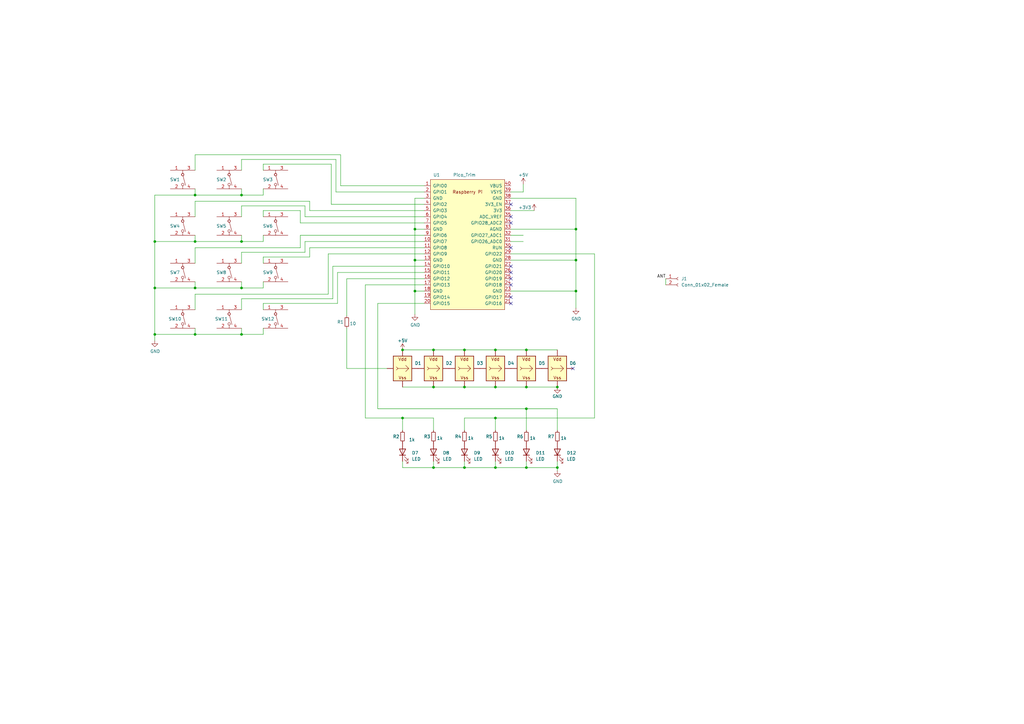
<source format=kicad_sch>
(kicad_sch (version 20230121) (generator eeschema)
  (paper "A3")
  (lib_symbols
    (symbol "Connector:Conn_01x02_Female" (pin_names (offset 1.016) hide)
      (property "Reference" "J" (at 0 2.54 0))
      (property "Value" "Conn_01x02_Female" (at 0 -5.08 0))
      (symbol "Conn_01x02_Female_1_1"
        (arc (start 0 -2.032) (mid -0.5058 -2.54) (end 0 -3.048) (stroke (width 0.1524)))
        (polyline (pts (xy -1.27 -2.54) (xy -0.508 -2.54)) (stroke (width 0.1524)))
        (polyline (pts (xy -1.27 0) (xy -0.508 0)) (stroke (width 0.1524)))
        (arc (start 0 0.508) (mid -0.5058 0) (end 0 -0.508) (stroke (width 0.1524)))
        (pin passive line (at -5.08 0 0) (length 3.81) (name "Pin_1") (number "1"))
        (pin passive line (at -5.08 -2.54 0) (length 3.81) (name "Pin_2") (number "2"))
      )
    )
    (symbol "Device:LED" (pin_numbers hide) (pin_names (offset 1.016) hide)
      (property "Reference" "D" (at 0 2.54 0))
      (property "Value" "LED" (at 0 -2.54 0))
      (symbol "LED_0_1"
        (polyline (pts (xy -1.27 -1.27) (xy -1.27 1.27)) (stroke (width 0.254)))
        (polyline (pts (xy -1.27 0) (xy 1.27 0)))
        (polyline (pts (xy 1.27 -1.27) (xy 1.27 1.27) (xy -1.27 0) (xy 1.27 -1.27)) (stroke (width 0.254)))
        (polyline (pts (xy -3.048 -0.762) (xy -4.572 -2.286) (xy -3.81 -2.286) (xy -4.572 -2.286) (xy -4.572 -1.524)))
        (polyline (pts (xy -1.778 -0.762) (xy -3.302 -2.286) (xy -2.54 -2.286) (xy -3.302 -2.286) (xy -3.302 -1.524)))
      )
      (symbol "LED_1_1"
        (pin passive line (at -3.81 0 0) (length 2.54) (name "K") (number "1"))
        (pin passive line (at 3.81 0 180) (length 2.54) (name "A") (number "2"))
      )
    )
    (symbol "Device:R_Small" (pin_numbers hide) (pin_names (offset 0.254) hide)
      (property "Reference" "R" (at 0.762 0.508 0))
      (property "Value" "R_Small" (at 0.762 -1.016 0))
      (symbol "R_Small_0_1"
        (rectangle (start -0.762 1.778) (end 0.762 -1.778) (stroke (width 0.2032)))
      )
      (symbol "R_Small_1_1"
        (pin passive line (at 0 2.54 270) (length 0.762) (name "~") (number "1"))
        (pin passive line (at 0 -2.54 90) (length 0.762) (name "~") (number "2"))
      )
    )
    (symbol "aic_pico:Pico_Trim" (pin_names (offset 1.016))
      (property "Reference" "U" (at -13.97 27.94 0))
      (property "Value" "Pico_Trim" (at 0 19.05 0))
      (symbol "Pico_Trim_0_0"
        (text "Raspberry Pi" (at 0 21.59 0) (effects (font (size 1.27 1.27))))
      )
      (symbol "Pico_Trim_0_1"
        (rectangle (start -15.24 26.67) (end 15.24 -26.67) (fill (type background)))
      )
      (symbol "Pico_Trim_1_1"
        (pin bidirectional line (at -17.78 24.13 0) (length 2.54) (name "GPIO0") (number "1"))
        (pin bidirectional line (at -17.78 1.27 0) (length 2.54) (name "GPIO7") (number "10"))
        (pin bidirectional line (at -17.78 -1.27 0) (length 2.54) (name "GPIO8") (number "11"))
        (pin bidirectional line (at -17.78 -3.81 0) (length 2.54) (name "GPIO9") (number "12"))
        (pin power_in line (at -17.78 -6.35 0) (length 2.54) (name "GND") (number "13"))
        (pin bidirectional line (at -17.78 -8.89 0) (length 2.54) (name "GPIO10") (number "14"))
        (pin bidirectional line (at -17.78 -11.43 0) (length 2.54) (name "GPIO11") (number "15"))
        (pin bidirectional line (at -17.78 -13.97 0) (length 2.54) (name "GPIO12") (number "16"))
        (pin bidirectional line (at -17.78 -16.51 0) (length 2.54) (name "GPIO13") (number "17"))
        (pin power_in line (at -17.78 -19.05 0) (length 2.54) (name "GND") (number "18"))
        (pin bidirectional line (at -17.78 -21.59 0) (length 2.54) (name "GPIO14") (number "19"))
        (pin bidirectional line (at -17.78 21.59 0) (length 2.54) (name "GPIO1") (number "2"))
        (pin bidirectional line (at -17.78 -24.13 0) (length 2.54) (name "GPIO15") (number "20"))
        (pin bidirectional line (at 17.78 -24.13 180) (length 2.54) (name "GPIO16") (number "21"))
        (pin bidirectional line (at 17.78 -21.59 180) (length 2.54) (name "GPIO17") (number "22"))
        (pin power_in line (at 17.78 -19.05 180) (length 2.54) (name "GND") (number "23"))
        (pin bidirectional line (at 17.78 -16.51 180) (length 2.54) (name "GPIO18") (number "24"))
        (pin bidirectional line (at 17.78 -13.97 180) (length 2.54) (name "GPIO19") (number "25"))
        (pin bidirectional line (at 17.78 -11.43 180) (length 2.54) (name "GPIO20") (number "26"))
        (pin bidirectional line (at 17.78 -8.89 180) (length 2.54) (name "GPIO21") (number "27"))
        (pin power_in line (at 17.78 -6.35 180) (length 2.54) (name "GND") (number "28"))
        (pin bidirectional line (at 17.78 -3.81 180) (length 2.54) (name "GPIO22") (number "29"))
        (pin power_in line (at -17.78 19.05 0) (length 2.54) (name "GND") (number "3"))
        (pin input line (at 17.78 -1.27 180) (length 2.54) (name "RUN") (number "30"))
        (pin bidirectional line (at 17.78 1.27 180) (length 2.54) (name "GPIO26_ADC0") (number "31"))
        (pin bidirectional line (at 17.78 3.81 180) (length 2.54) (name "GPIO27_ADC1") (number "32"))
        (pin power_in line (at 17.78 6.35 180) (length 2.54) (name "AGND") (number "33"))
        (pin bidirectional line (at 17.78 8.89 180) (length 2.54) (name "GPIO28_ADC2") (number "34"))
        (pin unspecified line (at 17.78 11.43 180) (length 2.54) (name "ADC_VREF") (number "35"))
        (pin unspecified line (at 17.78 13.97 180) (length 2.54) (name "3V3") (number "36"))
        (pin input line (at 17.78 16.51 180) (length 2.54) (name "3V3_EN") (number "37"))
        (pin bidirectional line (at 17.78 19.05 180) (length 2.54) (name "GND") (number "38"))
        (pin unspecified line (at 17.78 21.59 180) (length 2.54) (name "VSYS") (number "39"))
        (pin bidirectional line (at -17.78 16.51 0) (length 2.54) (name "GPIO2") (number "4"))
        (pin unspecified line (at 17.78 24.13 180) (length 2.54) (name "VBUS") (number "40"))
        (pin bidirectional line (at -17.78 13.97 0) (length 2.54) (name "GPIO3") (number "5"))
        (pin bidirectional line (at -17.78 11.43 0) (length 2.54) (name "GPIO4") (number "6"))
        (pin bidirectional line (at -17.78 8.89 0) (length 2.54) (name "GPIO5") (number "7"))
        (pin power_in line (at -17.78 6.35 0) (length 2.54) (name "GND") (number "8"))
        (pin bidirectional line (at -17.78 3.81 0) (length 2.54) (name "GPIO6") (number "9"))
      )
    )
    (symbol "aic_pico:SKRR_4pin" (pin_names (offset 0) hide)
      (property "Reference" "SW?" (at -0.635 -7.62 0))
      (symbol "SKRR_4pin_0_0"
        (circle (center 0 -2.032) (radius 0.508))
        (polyline (pts (xy 0.127 1.524) (xy 1.1684 -2.3622)))
        (circle (center 0 2.032) (radius 0.508))
        (circle (center 0 2.032) (radius 0.508))
      )
      (symbol "SKRR_4pin_0_1"
        (polyline (pts (xy 0 -2.54) (xy 0 -3.81)))
        (polyline (pts (xy 0 3.81) (xy 0 2.54)))
      )
      (symbol "SKRR_4pin_1_1"
        (pin passive line (at -5.08 3.81 0) (length 5.08) (name "~") (number "1"))
        (pin passive line (at -5.08 -3.81 0) (length 5.08) (name "~") (number "2"))
        (pin passive line (at 5.08 3.81 180) (length 5.08) (name "~") (number "3"))
        (pin passive line (at 5.08 -3.81 180) (length 5.08) (name "~") (number "4"))
      )
    )
    (symbol "aic_pico:WS2812B_Unified" (pin_numbers hide) (pin_names (offset 0.254) hide)
      (property "Reference" "D10" (at 2.54 6.35 0))
      (symbol "WS2812B_Unified_0_0"
        (polyline (pts (xy -1.905 0) (xy 2.54 0) (xy 1.27 1.27)))
        (text "Vdd" (at 0 3.81 0) (effects (font (size 1.27 1.27))))
        (text "Vss" (at 0 -3.81 0) (effects (font (size 1.27 1.27))))
      )
      (symbol "WS2812B_Unified_0_1"
        (rectangle (start -3.81 5.08) (end 3.81 -5.08) (stroke (width 0.254)) (fill (type background)))
        (polyline (pts (xy 1.27 -1.27) (xy 2.54 0)))
        (polyline (pts (xy -2.54 0.635) (xy -1.905 0) (xy -2.54 -0.635)))
      )
      (symbol "WS2812B_Unified_1_1"
        (pin power_in line (at 0 -7.62 90) (length 2.54) (name "VSS") (number "G"))
        (pin input line (at -6.35 0 0) (length 2.54) (name "In") (number "I"))
        (pin output line (at 6.35 0 180) (length 2.54) (name "Out") (number "O"))
        (pin power_in line (at 0 7.62 270) (length 2.54) (name "VDD") (number "V"))
      )
    )
    (symbol "power:+3V3" (power) (pin_names (offset 0))
      (property "Value" "+3V3" (at 0 3.556 0))
      (symbol "+3V3_0_1"
        (polyline (pts (xy -0.762 1.27) (xy 0 2.54)))
        (polyline (pts (xy 0 0) (xy 0 2.54)))
        (polyline (pts (xy 0 2.54) (xy 0.762 1.27)))
      )
      (symbol "+3V3_1_1"
        (pin power_in line (at 0 0 90) (length 0) hide (name "+3V3") (number "1"))
      )
    )
    (symbol "power:+5V" (power) (pin_names (offset 0))
      (property "Value" "+5V" (at 0 3.556 0))
      (symbol "+5V_0_1"
        (polyline (pts (xy -0.762 1.27) (xy 0 2.54)))
        (polyline (pts (xy 0 0) (xy 0 2.54)))
        (polyline (pts (xy 0 2.54) (xy 0.762 1.27)))
      )
      (symbol "+5V_1_1"
        (pin power_in line (at 0 0 90) (length 0) hide (name "+5V") (number "1"))
      )
    )
    (symbol "power:GND" (power) (pin_names (offset 0))
      (property "Value" "GND" (at 0 -3.81 0))
      (symbol "GND_0_1"
        (polyline (pts (xy 0 0) (xy 0 -1.27) (xy 1.27 -1.27) (xy 0 -2.54) (xy -1.27 -1.27) (xy 0 -1.27)))
      )
      (symbol "GND_1_1"
        (pin power_in line (at 0 0 270) (length 0) hide (name "GND") (number "1"))
      )
    )
  )
  (junction (at 80.01 118.11))
  (junction (at 63.5 118.11))
  (junction (at 177.8 158.75))
  (junction (at 215.9 143.51))
  (junction (at 190.5 143.51))
  (junction (at 80.01 137.16))
  (junction (at 190.5 158.75))
  (junction (at 177.8 143.51))
  (junction (at 215.9 167.64))
  (junction (at 203.2 158.75))
  (junction (at 165.1 143.51))
  (junction (at 170.18 119.38))
  (junction (at 165.1 171.45))
  (junction (at 63.5 99.06))
  (junction (at 228.6 158.75))
  (junction (at 99.06 99.06))
  (junction (at 80.01 80.01))
  (junction (at 99.06 118.11))
  (junction (at 99.06 137.16))
  (junction (at 63.5 137.16))
  (junction (at 203.2 143.51))
  (junction (at 215.9 158.75))
  (junction (at 215.9 191.77))
  (junction (at 190.5 191.77))
  (junction (at 203.2 191.77))
  (junction (at 170.18 106.68))
  (junction (at 203.2 171.45))
  (junction (at 170.18 93.98))
  (junction (at 99.06 80.01))
  (junction (at 177.8 191.77))
  (junction (at 236.22 106.68))
  (junction (at 236.22 93.98))
  (junction (at 228.6 191.77))
  (junction (at 236.22 119.38))
  (junction (at 80.01 99.06))
  (no_connect (at 209.55 101.6))
  (no_connect (at 209.55 109.22))
  (no_connect (at 209.55 111.76))
  (no_connect (at 209.55 114.3))
  (no_connect (at 209.55 83.82))
  (no_connect (at 209.55 88.9))
  (no_connect (at 209.55 91.44))
  (no_connect (at 234.95 151.13))
  (no_connect (at 209.55 116.84))
  (no_connect (at 209.55 121.92))
  (no_connect (at 209.55 124.46))
  (wire (pts (xy 138.43 111.76) (xy 138.43 124.46)))
  (wire (pts (xy 99.06 122.555) (xy 99.06 127)))
  (wire (pts (xy 134.62 120.65) (xy 80.01 120.65)))
  (wire (pts (xy 209.55 86.36) (xy 219.075 86.36)))
  (wire (pts (xy 228.6 189.23) (xy 228.6 191.77)))
  (wire (pts (xy 63.5 80.01) (xy 80.01 80.01)))
  (wire (pts (xy 170.18 81.28) (xy 170.18 93.98)))
  (wire (pts (xy 165.1 191.77) (xy 177.8 191.77)))
  (wire (pts (xy 209.55 119.38) (xy 236.22 119.38)))
  (wire (pts (xy 125.095 103.505) (xy 99.06 103.505)))
  (wire (pts (xy 243.84 171.45) (xy 243.84 104.14)))
  (wire (pts (xy 203.2 171.45) (xy 203.2 176.53)))
  (wire (pts (xy 190.5 189.23) (xy 190.5 191.77)))
  (wire (pts (xy 165.1 158.75) (xy 177.8 158.75)))
  (wire (pts (xy 243.84 104.14) (xy 209.55 104.14)))
  (wire (pts (xy 107.95 134.62) (xy 107.95 137.16)))
  (wire (pts (xy 236.22 81.28) (xy 236.22 93.98)))
  (wire (pts (xy 99.06 118.11) (xy 80.01 118.11)))
  (wire (pts (xy 80.01 77.47) (xy 80.01 80.01)))
  (wire (pts (xy 173.99 101.6) (xy 127 101.6)))
  (wire (pts (xy 190.5 171.45) (xy 203.2 171.45)))
  (wire (pts (xy 173.99 109.22) (xy 136.525 109.22)))
  (wire (pts (xy 80.01 82.55) (xy 80.01 88.9)))
  (wire (pts (xy 215.9 167.64) (xy 215.9 176.53)))
  (wire (pts (xy 107.95 107.95) (xy 107.95 105.41)))
  (wire (pts (xy 203.2 191.77) (xy 215.9 191.77)))
  (wire (pts (xy 190.5 171.45) (xy 190.5 176.53)))
  (wire (pts (xy 215.9 158.75) (xy 228.6 158.75)))
  (wire (pts (xy 173.99 116.84) (xy 149.86 116.84)))
  (wire (pts (xy 209.55 99.06) (xy 214.63 99.06)))
  (wire (pts (xy 137.795 65.405) (xy 99.06 65.405)))
  (wire (pts (xy 173.99 83.82) (xy 135.89 83.82)))
  (wire (pts (xy 170.18 93.98) (xy 170.18 106.68)))
  (wire (pts (xy 236.22 119.38) (xy 236.22 126.365)))
  (wire (pts (xy 123.19 96.52) (xy 123.19 101.6)))
  (wire (pts (xy 209.55 96.52) (xy 214.63 96.52)))
  (wire (pts (xy 80.01 101.6) (xy 80.01 107.95)))
  (wire (pts (xy 135.89 83.82) (xy 135.89 67.31)))
  (wire (pts (xy 149.86 116.84) (xy 149.86 171.45)))
  (wire (pts (xy 190.5 158.75) (xy 203.2 158.75)))
  (wire (pts (xy 125.095 84.455) (xy 99.06 84.455)))
  (wire (pts (xy 107.95 77.47) (xy 107.95 80.01)))
  (wire (pts (xy 173.99 86.36) (xy 127 86.36)))
  (wire (pts (xy 107.95 96.52) (xy 107.95 99.06)))
  (wire (pts (xy 107.95 137.16) (xy 99.06 137.16)))
  (wire (pts (xy 80.01 118.11) (xy 63.5 118.11)))
  (wire (pts (xy 63.5 118.11) (xy 63.5 137.16)))
  (wire (pts (xy 125.095 88.9) (xy 125.095 84.455)))
  (wire (pts (xy 123.19 91.44) (xy 123.19 86.36)))
  (wire (pts (xy 203.2 158.75) (xy 215.9 158.75)))
  (wire (pts (xy 99.06 65.405) (xy 99.06 69.85)))
  (wire (pts (xy 173.99 91.44) (xy 123.19 91.44)))
  (wire (pts (xy 173.99 104.14) (xy 134.62 104.14)))
  (wire (pts (xy 99.06 103.505) (xy 99.06 107.95)))
  (wire (pts (xy 63.5 99.06) (xy 63.5 118.11)))
  (wire (pts (xy 215.9 143.51) (xy 228.6 143.51)))
  (wire (pts (xy 165.1 143.51) (xy 177.8 143.51)))
  (wire (pts (xy 136.525 109.22) (xy 136.525 122.555)))
  (wire (pts (xy 99.06 84.455) (xy 99.06 88.9)))
  (wire (pts (xy 173.99 96.52) (xy 123.19 96.52)))
  (wire (pts (xy 125.095 99.06) (xy 125.095 103.505)))
  (wire (pts (xy 142.24 114.3) (xy 142.24 129.54)))
  (wire (pts (xy 99.06 96.52) (xy 99.06 99.06)))
  (wire (pts (xy 107.95 105.41) (xy 127 105.41)))
  (wire (pts (xy 173.99 76.2) (xy 139.7 76.2)))
  (wire (pts (xy 165.1 171.45) (xy 165.1 176.53)))
  (wire (pts (xy 177.8 171.45) (xy 177.8 176.53)))
  (wire (pts (xy 173.99 78.74) (xy 137.795 78.74)))
  (wire (pts (xy 107.95 86.36) (xy 123.19 86.36)))
  (wire (pts (xy 173.99 88.9) (xy 125.095 88.9)))
  (wire (pts (xy 190.5 191.77) (xy 203.2 191.77)))
  (wire (pts (xy 80.01 120.65) (xy 80.01 127)))
  (wire (pts (xy 80.01 99.06) (xy 63.5 99.06)))
  (wire (pts (xy 80.01 134.62) (xy 80.01 137.16)))
  (wire (pts (xy 177.8 191.77) (xy 190.5 191.77)))
  (wire (pts (xy 177.8 158.75) (xy 190.5 158.75)))
  (wire (pts (xy 107.95 124.46) (xy 138.43 124.46)))
  (wire (pts (xy 203.2 189.23) (xy 203.2 191.77)))
  (wire (pts (xy 177.8 143.51) (xy 190.5 143.51)))
  (wire (pts (xy 99.06 80.01) (xy 107.95 80.01)))
  (wire (pts (xy 165.1 171.45) (xy 177.8 171.45)))
  (wire (pts (xy 214.63 78.74) (xy 209.55 78.74)))
  (wire (pts (xy 127 82.55) (xy 80.01 82.55)))
  (wire (pts (xy 107.95 88.9) (xy 107.95 86.36)))
  (wire (pts (xy 203.2 171.45) (xy 243.84 171.45)))
  (wire (pts (xy 170.18 106.68) (xy 170.18 119.38)))
  (wire (pts (xy 107.95 69.85) (xy 107.95 67.31)))
  (wire (pts (xy 99.06 134.62) (xy 99.06 137.16)))
  (wire (pts (xy 173.99 99.06) (xy 125.095 99.06)))
  (wire (pts (xy 99.06 137.16) (xy 80.01 137.16)))
  (wire (pts (xy 165.1 189.23) (xy 165.1 191.77)))
  (wire (pts (xy 80.01 115.57) (xy 80.01 118.11)))
  (wire (pts (xy 142.24 134.62) (xy 142.24 151.13)))
  (wire (pts (xy 136.525 122.555) (xy 99.06 122.555)))
  (wire (pts (xy 173.99 114.3) (xy 142.24 114.3)))
  (wire (pts (xy 107.95 67.31) (xy 135.89 67.31)))
  (wire (pts (xy 173.99 81.28) (xy 170.18 81.28)))
  (wire (pts (xy 170.18 119.38) (xy 173.99 119.38)))
  (wire (pts (xy 236.22 106.68) (xy 236.22 119.38)))
  (wire (pts (xy 127 86.36) (xy 127 82.55)))
  (wire (pts (xy 127 101.6) (xy 127 105.41)))
  (wire (pts (xy 177.8 189.23) (xy 177.8 191.77)))
  (wire (pts (xy 173.99 111.76) (xy 138.43 111.76)))
  (wire (pts (xy 154.94 124.46) (xy 154.94 167.64)))
  (wire (pts (xy 209.55 81.28) (xy 236.22 81.28)))
  (wire (pts (xy 149.86 171.45) (xy 165.1 171.45)))
  (wire (pts (xy 190.5 143.51) (xy 203.2 143.51)))
  (wire (pts (xy 99.06 115.57) (xy 99.06 118.11)))
  (wire (pts (xy 209.55 106.68) (xy 236.22 106.68)))
  (wire (pts (xy 236.22 93.98) (xy 236.22 106.68)))
  (wire (pts (xy 215.9 167.64) (xy 228.6 167.64)))
  (wire (pts (xy 209.55 93.98) (xy 236.22 93.98)))
  (wire (pts (xy 139.7 76.2) (xy 139.7 63.5)))
  (wire (pts (xy 154.94 167.64) (xy 215.9 167.64)))
  (wire (pts (xy 228.6 191.77) (xy 228.6 193.04)))
  (wire (pts (xy 142.24 151.13) (xy 158.75 151.13)))
  (wire (pts (xy 63.5 80.01) (xy 63.5 99.06)))
  (wire (pts (xy 80.01 63.5) (xy 80.01 69.85)))
  (wire (pts (xy 134.62 104.14) (xy 134.62 120.65)))
  (wire (pts (xy 173.99 124.46) (xy 154.94 124.46)))
  (wire (pts (xy 80.01 96.52) (xy 80.01 99.06)))
  (wire (pts (xy 107.95 127) (xy 107.95 124.46)))
  (wire (pts (xy 203.2 143.51) (xy 215.9 143.51)))
  (wire (pts (xy 170.18 93.98) (xy 173.99 93.98)))
  (wire (pts (xy 107.95 118.11) (xy 99.06 118.11)))
  (wire (pts (xy 80.01 80.01) (xy 99.06 80.01)))
  (wire (pts (xy 228.6 167.64) (xy 228.6 176.53)))
  (wire (pts (xy 63.5 137.16) (xy 63.5 139.7)))
  (wire (pts (xy 215.9 189.23) (xy 215.9 191.77)))
  (wire (pts (xy 80.01 137.16) (xy 63.5 137.16)))
  (wire (pts (xy 214.63 75.565) (xy 214.63 78.74)))
  (wire (pts (xy 215.9 191.77) (xy 228.6 191.77)))
  (wire (pts (xy 99.06 99.06) (xy 80.01 99.06)))
  (wire (pts (xy 107.95 99.06) (xy 99.06 99.06)))
  (wire (pts (xy 170.18 119.38) (xy 170.18 128.905)))
  (wire (pts (xy 273.05 114.3) (xy 273.05 116.84)))
  (wire (pts (xy 170.18 106.68) (xy 173.99 106.68)))
  (wire (pts (xy 139.7 63.5) (xy 80.01 63.5)))
  (wire (pts (xy 123.19 101.6) (xy 80.01 101.6)))
  (wire (pts (xy 107.95 115.57) (xy 107.95 118.11)))
  (wire (pts (xy 99.06 77.47) (xy 99.06 80.01)))
  (wire (pts (xy 137.795 78.74) (xy 137.795 65.405)))
  (label "ANT" (at 273.05 114.3 180))
  (symbol (lib_id "power:+5V") (at 214.63 75.565 0) (unit 1)
    (property "Reference" "#PWR0114" (effects hide))
    (property "Value" "+5V" (at 214.63 71.755 0))
  )
  (symbol (lib_id "Device:LED") (at 215.9 185.42 90) (unit 1)
    (property "Reference" "D11" (at 219.71 185.7375 90) (effects (justify right)))
    (property "Value" "LED" (at 219.71 188.2775 90) (effects (justify right)))
    (property "Footprint" "LED_SMD:LED_0603_1608Metric_Pad1.05x0.95mm_HandSolder" (effects hide))
  )
  (symbol (lib_id "aic_pico:SKRR_4pin") (at 93.98 130.81 0) (unit 1)
    (property "Reference" "SW11" (at 90.805 130.81 0))
    (property "Value" "SKRR_4pin" (effects hide))
    (property "Footprint" "aic_pico:SKRR" (effects hide))
  )
  (symbol (lib_id "aic_pico:WS2812B_Unified") (at 165.1 151.13 0) (unit 1)
    (property "Reference" "D1" (at 171.45 148.971 0))
    (property "Value" "WS2812B_Unified" (effects hide))
    (property "Footprint" "aic_pico:WS2812B-1204" (effects hide))
  )
  (symbol (lib_id "Device:R_Small") (at 190.5 179.07 180) (unit 1)
    (property "Reference" "R4" (at 189.23 179.07 0) (effects (justify left)))
    (property "Value" "1k" (at 194.31 179.705 0) (effects (justify left)))
    (property "Footprint" "Resistor_SMD:R_0603_1608Metric" (effects hide))
    (property "LCSC" "C23186" (effects hide))
  )
  (symbol (lib_id "Device:LED") (at 228.6 185.42 90) (unit 1)
    (property "Reference" "D12" (at 232.41 185.7375 90) (effects (justify right)))
    (property "Value" "LED" (at 232.41 188.2775 90) (effects (justify right)))
    (property "Footprint" "LED_SMD:LED_0603_1608Metric_Pad1.05x0.95mm_HandSolder" (effects hide))
  )
  (symbol (lib_id "Device:R_Small") (at 228.6 179.07 180) (unit 1)
    (property "Reference" "R7" (at 227.33 179.07 0) (effects (justify left)))
    (property "Value" "1k" (at 232.41 179.705 0) (effects (justify left)))
    (property "Footprint" "Resistor_SMD:R_0603_1608Metric" (effects hide))
    (property "LCSC" "C23186" (effects hide))
  )
  (symbol (lib_id "Device:R_Small") (at 142.24 132.08 180) (unit 1)
    (property "Reference" "R1" (at 140.97 132.08 0) (effects (justify left)))
    (property "Value" "10" (at 146.05 132.715 0) (effects (justify left)))
    (property "Footprint" "Resistor_SMD:R_0603_1608Metric" (effects hide))
    (property "LCSC" "C23186" (effects hide))
  )
  (symbol (lib_id "power:GND") (at 170.18 128.905 0) (unit 1)
    (property "Reference" "#PWR0125" (effects hide))
    (property "Value" "GND" (at 170.307 133.2992 0))
  )
  (symbol (lib_id "power:GND") (at 236.22 126.365 0) (unit 1)
    (property "Reference" "#PWR0103" (effects hide))
    (property "Value" "GND" (at 236.347 130.7592 0))
  )
  (symbol (lib_id "aic_pico:SKRR_4pin") (at 93.98 73.66 0) (unit 1)
    (property "Reference" "SW2" (at 90.805 73.66 0))
    (property "Value" "SKRR_4pin" (effects hide))
    (property "Footprint" "aic_pico:SKRR" (effects hide))
  )
  (symbol (lib_id "aic_pico:SKRR_4pin") (at 74.93 73.66 0) (unit 1)
    (property "Reference" "SW1" (at 71.755 73.66 0))
    (property "Value" "SKRR_4pin" (effects hide))
    (property "Footprint" "aic_pico:SKRR" (effects hide))
  )
  (symbol (lib_id "aic_pico:SKRR_4pin") (at 93.98 92.71 0) (unit 1)
    (property "Reference" "SW5" (at 90.805 92.71 0))
    (property "Value" "SKRR_4pin" (effects hide))
    (property "Footprint" "aic_pico:SKRR" (effects hide))
  )
  (symbol (lib_id "aic_pico:WS2812B_Unified") (at 190.5 151.13 0) (unit 1)
    (property "Reference" "D3" (at 196.85 148.971 0))
    (property "Value" "WS2812B_Unified" (effects hide))
    (property "Footprint" "aic_pico:WS2812B-1204" (effects hide))
  )
  (symbol (lib_id "aic_pico:SKRR_4pin") (at 74.93 92.71 0) (unit 1)
    (property "Reference" "SW4" (at 71.755 92.71 0))
    (property "Value" "SKRR_4pin" (effects hide))
    (property "Footprint" "aic_pico:SKRR" (effects hide))
  )
  (symbol (lib_id "power:+5V") (at 165.1 143.51 0) (mirror y) (unit 1)
    (property "Reference" "#PWR01" (effects hide))
    (property "Value" "+5V" (at 165.1 139.7 0))
  )
  (symbol (lib_id "Device:LED") (at 190.5 185.42 90) (unit 1)
    (property "Reference" "D9" (at 194.31 185.7375 90) (effects (justify right)))
    (property "Value" "LED" (at 194.31 188.2775 90) (effects (justify right)))
    (property "Footprint" "LED_SMD:LED_0603_1608Metric_Pad1.05x0.95mm_HandSolder" (effects hide))
  )
  (symbol (lib_id "aic_pico:SKRR_4pin") (at 74.93 111.76 0) (unit 1)
    (property "Reference" "SW7" (at 71.755 111.76 0))
    (property "Value" "SKRR_4pin" (effects hide))
    (property "Footprint" "aic_pico:SKRR" (effects hide))
  )
  (symbol (lib_id "aic_pico:Pico_Trim") (at 191.77 100.33 0) (unit 1)
    (property "Reference" "U1" (at 179.07 71.755 0))
    (property "Value" "Pico_Trim" (at 190.5 71.755 0))
    (property "Footprint" "aic_pico:RPi_Pico_SMD_No_USB" (effects hide))
  )
  (symbol (lib_id "aic_pico:WS2812B_Unified") (at 203.2 151.13 0) (unit 1)
    (property "Reference" "D4" (at 209.55 148.971 0))
    (property "Value" "WS2812B_Unified" (effects hide))
    (property "Footprint" "aic_pico:WS2812B-1204" (effects hide))
  )
  (symbol (lib_id "aic_pico:SKRR_4pin") (at 93.98 111.76 0) (unit 1)
    (property "Reference" "SW8" (at 90.805 111.76 0))
    (property "Value" "SKRR_4pin" (effects hide))
    (property "Footprint" "aic_pico:SKRR" (effects hide))
  )
  (symbol (lib_id "aic_pico:SKRR_4pin") (at 113.03 73.66 0) (unit 1)
    (property "Reference" "SW3" (at 109.855 73.66 0))
    (property "Value" "SKRR_4pin" (effects hide))
    (property "Footprint" "aic_pico:SKRR" (effects hide))
  )
  (symbol (lib_id "Device:LED") (at 203.2 185.42 90) (unit 1)
    (property "Reference" "D10" (at 207.01 185.7375 90) (effects (justify right)))
    (property "Value" "LED" (at 207.01 188.2775 90) (effects (justify right)))
    (property "Footprint" "LED_SMD:LED_0603_1608Metric_Pad1.05x0.95mm_HandSolder" (effects hide))
  )
  (symbol (lib_id "Device:R_Small") (at 165.1 179.07 180) (unit 1)
    (property "Reference" "R2" (at 163.83 179.07 0) (effects (justify left)))
    (property "Value" "1k" (at 170.18 180.34 0) (effects (justify left)))
    (property "Footprint" "Resistor_SMD:R_0603_1608Metric" (effects hide))
    (property "LCSC" "C23186" (effects hide))
  )
  (symbol (lib_id "aic_pico:WS2812B_Unified") (at 228.6 151.13 0) (unit 1)
    (property "Reference" "D6" (at 234.95 148.971 0))
    (property "Value" "WS2812B_Unified" (effects hide))
    (property "Footprint" "aic_pico:WS2812B-1204" (effects hide))
  )
  (symbol (lib_id "Device:R_Small") (at 215.9 179.07 180) (unit 1)
    (property "Reference" "R6" (at 214.63 179.07 0) (effects (justify left)))
    (property "Value" "1k" (at 219.71 179.705 0) (effects (justify left)))
    (property "Footprint" "Resistor_SMD:R_0603_1608Metric" (effects hide))
    (property "LCSC" "C23186" (effects hide))
  )
  (symbol (lib_id "Connector:Conn_01x02_Female") (at 278.13 114.3 0) (unit 1)
    (property "Reference" "J1" (at 279.4 114.2999 0) (effects (justify left)))
    (property "Value" "Conn_01x02_Female" (at 279.4 116.8399 0) (effects (justify left)))
    (property "Footprint" "aic_pico:ANT_2P" (effects hide))
  )
  (symbol (lib_id "aic_pico:SKRR_4pin") (at 113.03 111.76 0) (unit 1)
    (property "Reference" "SW9" (at 109.855 111.76 0))
    (property "Value" "SKRR_4pin" (effects hide))
    (property "Footprint" "aic_pico:SKRR" (effects hide))
  )
  (symbol (lib_id "power:GND") (at 63.5 139.7 0) (unit 1)
    (property "Reference" "#PWR0118" (effects hide))
    (property "Value" "GND" (at 63.627 144.0942 0))
  )
  (symbol (lib_id "Device:R_Small") (at 203.2 179.07 180) (unit 1)
    (property "Reference" "R5" (at 201.93 179.07 0) (effects (justify left)))
    (property "Value" "1k" (at 207.01 179.705 0) (effects (justify left)))
    (property "Footprint" "Resistor_SMD:R_0603_1608Metric" (effects hide))
    (property "LCSC" "C23186" (effects hide))
  )
  (symbol (lib_id "power:GND") (at 228.6 158.75 0) (unit 1)
    (property "Reference" "#PWR02" (effects hide))
    (property "Value" "GND" (at 228.6 162.56 0))
  )
  (symbol (lib_id "aic_pico:SKRR_4pin") (at 113.03 130.81 0) (unit 1)
    (property "Reference" "SW12" (at 109.855 130.81 0))
    (property "Value" "SKRR_4pin" (effects hide))
    (property "Footprint" "aic_pico:SKRR" (effects hide))
  )
  (symbol (lib_id "aic_pico:SKRR_4pin") (at 113.03 92.71 0) (unit 1)
    (property "Reference" "SW6" (at 109.855 92.71 0))
    (property "Value" "SKRR_4pin" (effects hide))
    (property "Footprint" "aic_pico:SKRR" (effects hide))
  )
  (symbol (lib_id "power:GND") (at 228.6 193.04 0) (unit 1)
    (property "Reference" "#PWR03" (effects hide))
    (property "Value" "GND" (at 228.727 197.4342 0))
  )
  (symbol (lib_id "aic_pico:WS2812B_Unified") (at 215.9 151.13 0) (unit 1)
    (property "Reference" "D5" (at 222.25 148.971 0))
    (property "Value" "WS2812B_Unified" (effects hide))
    (property "Footprint" "aic_pico:WS2812B-1204" (effects hide))
  )
  (symbol (lib_id "Device:LED") (at 177.8 185.42 90) (unit 1)
    (property "Reference" "D8" (at 181.61 185.7375 90) (effects (justify right)))
    (property "Value" "LED" (at 181.61 188.2775 90) (effects (justify right)))
    (property "Footprint" "LED_SMD:LED_0603_1608Metric_Pad1.05x0.95mm_HandSolder" (effects hide))
  )
  (symbol (lib_id "power:+3V3") (at 219.075 86.36 0) (unit 1)
    (property "Reference" "#PWR0111" (effects hide))
    (property "Value" "+3V3" (at 215.265 85.09 0))
  )
  (symbol (lib_id "aic_pico:WS2812B_Unified") (at 177.8 151.13 0) (unit 1)
    (property "Reference" "D2" (at 184.15 148.971 0))
    (property "Value" "WS2812B_Unified" (effects hide))
    (property "Footprint" "aic_pico:WS2812B-1204" (effects hide))
  )
  (symbol (lib_id "Device:R_Small") (at 177.8 179.07 180) (unit 1)
    (property "Reference" "R3" (at 176.53 179.07 0) (effects (justify left)))
    (property "Value" "1k" (at 181.61 179.705 0) (effects (justify left)))
    (property "Footprint" "Resistor_SMD:R_0603_1608Metric" (effects hide))
    (property "LCSC" "C23186" (effects hide))
  )
  (symbol (lib_id "Device:LED") (at 165.1 185.42 90) (unit 1)
    (property "Reference" "D7" (at 168.91 185.7375 90) (effects (justify right)))
    (property "Value" "LED" (at 168.91 188.2775 90) (effects (justify right)))
    (property "Footprint" "LED_SMD:LED_0603_1608Metric_Pad1.05x0.95mm_HandSolder" (effects hide))
  )
  (symbol (lib_id "aic_pico:SKRR_4pin") (at 74.93 130.81 0) (unit 1)
    (property "Reference" "SW10" (at 71.755 130.81 0))
    (property "Value" "SKRR_4pin" (effects hide))
    (property "Footprint" "aic_pico:SKRR" (effects hide))
  )
)
</source>
